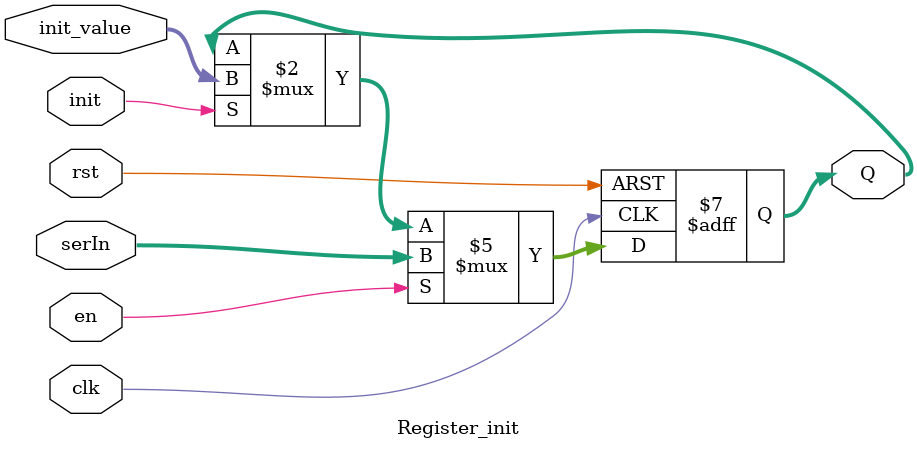
<source format=v>
`timescale 1ns/1ns
module Register_init(input signed [16:0] serIn , input [16:0] init_value , input en, input clk, input rst , input init , output reg signed [16:0] Q);
  always @ (posedge clk, posedge rst) begin
    //#145;
    if(rst) Q <= 17'b0;
    else if(en) Q <= serIn;
    else if(init) Q <= init_value;
  end
endmodule

</source>
